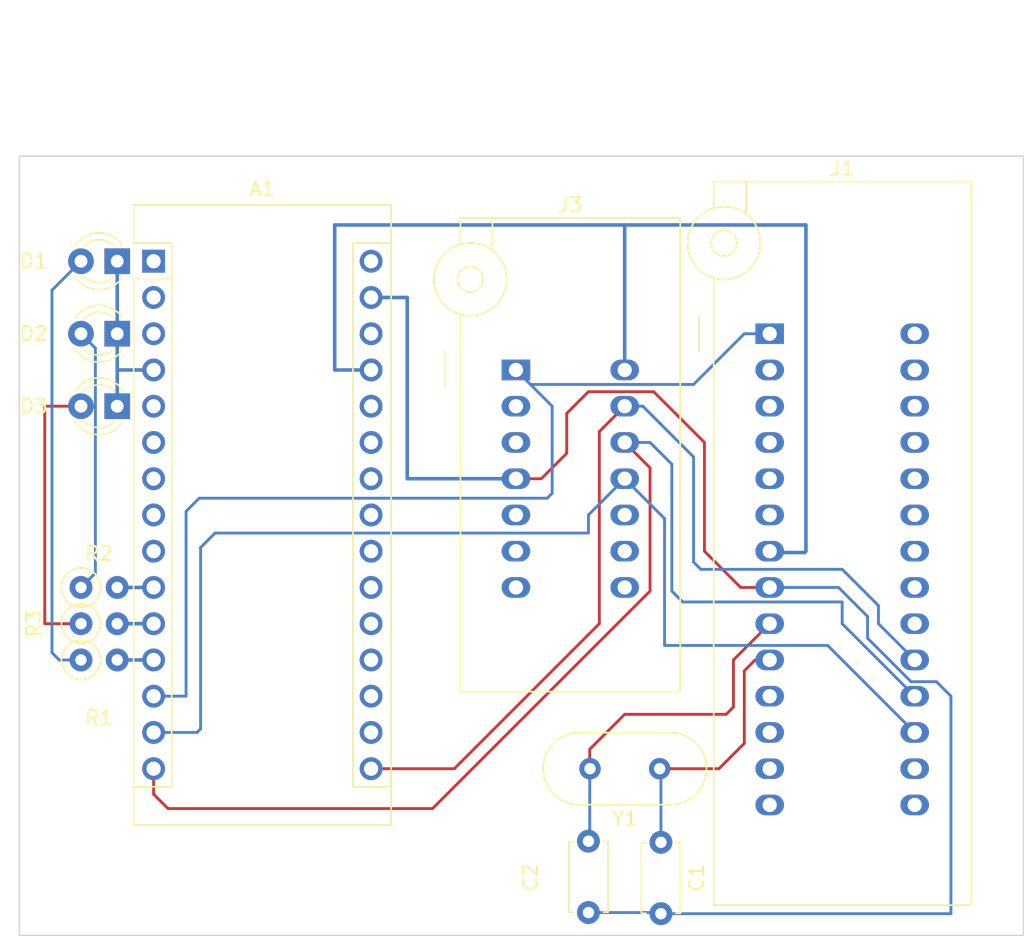
<source format=kicad_pcb>
(kicad_pcb (version 20211014) (generator pcbnew)
  (layers (0 "F.Cu" signal) (31 "B.Cu" signal) (34 "B.Paste" user) (35 "F.Paste" user) (36 "B.SilkS" user "B.Silkscreen") (37 "F.SilkS" user "F.Silkscreen") (38 "B.Mask" user) (39 "F.Mask" user) (44 "Edge.Cuts" user))
  (net 0 "")
  (net 4 "GND")
  (net 10 "D7")
  (net 11 "D8")
  (net 12 "D9")
  (net 13 "D10{slash}SS")
  (net 14 "D11{slash}MOSI")
  (net 15 "D12{slash}MISO")
  (net 16 "D13{slash}SCK")
  (net 27 "+5V")
  (net 30 "XTAL2")
  (net 31 "XTAL1")
  (net 32 "Net-(D1-Pad2)")
  (net 33 "Net-(D2-Pad2)")
  (net 34 "Net-(D3-Pad2)")
  (footprint "Module:Arduino_Nano" (layer "F.Cu") (at 78.75 76.2)
    (fp_text reference "A1" (at 7.62 -5.08) (layer "F.SilkS"))
    (fp_text value "Arduino_Nano_v3.x")
    (fp_line (start 13.97 -1.27) (end 16.64 -1.27) (layer "F.SilkS") (width 0.12))
    (fp_line (start -1.4 1.27) (end -1.4 39.5) (layer "F.SilkS") (width 0.12))
    (fp_line (start 16.64 39.5) (end 16.64 -3.94) (layer "F.SilkS") (width 0.12))
    (fp_line (start 13.97 -1.27) (end 13.97 36.83) (layer "F.SilkS") (width 0.12))
    (fp_line (start 1.27 1.27) (end 1.27 36.83) (layer "F.SilkS") (width 0.12))
    (fp_line (start 1.27 1.27) (end 1.27 -1.27) (layer "F.SilkS") (width 0.12))
    (fp_line (start -1.4 -3.94) (end -1.4 -1.27) (layer "F.SilkS") (width 0.12))
    (fp_line (start 1.27 -1.27) (end -1.4 -1.27) (layer "F.SilkS") (width 0.12))
    (fp_line (start 1.27 36.83) (end -1.4 36.83) (layer "F.SilkS") (width 0.12))
    (fp_line (start 13.97 36.83) (end 16.64 36.83) (layer "F.SilkS") (width 0.12))
    (fp_line (start -1.4 39.5) (end 16.64 39.5) (layer "F.SilkS") (width 0.12))
    (fp_line (start 16.64 -3.94) (end -1.4 -3.94) (layer "F.SilkS") (width 0.12))
    (fp_line (start 1.27 1.27) (end -1.4 1.27) (layer "F.SilkS") (width 0.12))
    (pad "1" thru_hole rect (at 0 0) (size 1.6 1.6) (drill 1) (layers *.Cu *.Mask))
    (pad "2" thru_hole oval (at 0 2.54) (size 1.6 1.6) (drill 1) (layers *.Cu *.Mask))
    (pad "3" thru_hole oval (at 0 5.08) (size 1.6 1.6) (drill 1) (layers *.Cu *.Mask))
    (pad "4" thru_hole oval (at 0 7.62) (size 1.6 1.6) (drill 1) (layers *.Cu *.Mask) (net 4 "GND"))
    (pad "5" thru_hole oval (at 0 10.16) (size 1.6 1.6) (drill 1) (layers *.Cu *.Mask))
    (pad "6" thru_hole oval (at 0 12.7) (size 1.6 1.6) (drill 1) (layers *.Cu *.Mask))
    (pad "7" thru_hole oval (at 0 15.24) (size 1.6 1.6) (drill 1) (layers *.Cu *.Mask))
    (pad "8" thru_hole oval (at 0 17.78) (size 1.6 1.6) (drill 1) (layers *.Cu *.Mask))
    (pad "9" thru_hole oval (at 0 20.32) (size 1.6 1.6) (drill 1) (layers *.Cu *.Mask))
    (pad "10" thru_hole oval (at 0 22.86) (size 1.6 1.6) (drill 1) (layers *.Cu *.Mask) (net 10 "D7"))
    (pad "11" thru_hole oval (at 0 25.4) (size 1.6 1.6) (drill 1) (layers *.Cu *.Mask) (net 11 "D8"))
    (pad "12" thru_hole oval (at 0 27.94) (size 1.6 1.6) (drill 1) (layers *.Cu *.Mask) (net 12 "D9"))
    (pad "13" thru_hole oval (at 0 30.48) (size 1.6 1.6) (drill 1) (layers *.Cu *.Mask) (net 13 "D10{slash}SS"))
    (pad "14" thru_hole oval (at 0 33.02) (size 1.6 1.6) (drill 1) (layers *.Cu *.Mask) (net 14 "D11{slash}MOSI"))
    (pad "15" thru_hole oval (at 0 35.56) (size 1.6 1.6) (drill 1) (layers *.Cu *.Mask) (net 15 "D12{slash}MISO"))
    (pad "16" thru_hole oval (at 15.24 35.56) (size 1.6 1.6) (drill 1) (layers *.Cu *.Mask) (net 16 "D13{slash}SCK"))
    (pad "17" thru_hole oval (at 15.24 33.02) (size 1.6 1.6) (drill 1) (layers *.Cu *.Mask))
    (pad "18" thru_hole oval (at 15.24 30.48) (size 1.6 1.6) (drill 1) (layers *.Cu *.Mask))
    (pad "19" thru_hole oval (at 15.24 27.94) (size 1.6 1.6) (drill 1) (layers *.Cu *.Mask))
    (pad "20" thru_hole oval (at 15.24 25.4) (size 1.6 1.6) (drill 1) (layers *.Cu *.Mask))
    (pad "21" thru_hole oval (at 15.24 22.86) (size 1.6 1.6) (drill 1) (layers *.Cu *.Mask))
    (pad "22" thru_hole oval (at 15.24 20.32) (size 1.6 1.6) (drill 1) (layers *.Cu *.Mask))
    (pad "23" thru_hole oval (at 15.24 17.78) (size 1.6 1.6) (drill 1) (layers *.Cu *.Mask))
    (pad "24" thru_hole oval (at 15.24 15.24) (size 1.6 1.6) (drill 1) (layers *.Cu *.Mask))
    (pad "25" thru_hole oval (at 15.24 12.7) (size 1.6 1.6) (drill 1) (layers *.Cu *.Mask))
    (pad "26" thru_hole oval (at 15.24 10.16) (size 1.6 1.6) (drill 1) (layers *.Cu *.Mask))
    (pad "27" thru_hole oval (at 15.24 7.62) (size 1.6 1.6) (drill 1) (layers *.Cu *.Mask) (net 27 "+5V"))
    (pad "28" thru_hole oval (at 15.24 5.08) (size 1.6 1.6) (drill 1) (layers *.Cu *.Mask))
    (pad "29" thru_hole oval (at 15.24 2.54) (size 1.6 1.6) (drill 1) (layers *.Cu *.Mask) (net 4 "GND"))
    (pad "30" thru_hole oval (at 15.24 0) (size 1.6 1.6) (drill 1) (layers *.Cu *.Mask))
  )
  (footprint "Resistor_THT:R_Axial_DIN0207_L6.3mm_D2.5mm_P2.54mm_Vertical" (layer "F.Cu") (at 73.66 101.6)
    (fp_text reference "R3" (at -3.302 0 270) (layer "F.SilkS"))
    (fp_text value "330")
    (fp_line (start 1.37 0) (end 1.44 0) (layer "F.SilkS") (width 0.12))
    (fp_circle (center 0 0) (end 1.37 0) (layer "F.SilkS") (width 0.12) (fill none))
    (pad "1" thru_hole circle (at 0 0) (size 1.6 1.6) (drill 0.8) (layers *.Cu *.Mask) (net 34 "Net-(D3-Pad2)"))
    (pad "2" thru_hole oval (at 2.54 0) (size 1.6 1.6) (drill 0.8) (layers *.Cu *.Mask) (net 11 "D8"))
  )
  (footprint "Capacitor_THT:C_Disc_D4.7mm_W2.5mm_P5.00mm" (layer "F.Cu") (at 109.22 116.84 -90)
    (fp_text reference "C2" (at 2.54 4.064 90) (layer "F.SilkS"))
    (fp_text value "22pF")
    (fp_line (start 0.03 1.37) (end 4.97 1.37) (layer "F.SilkS") (width 0.12))
    (fp_line (start 0.03 -1.37) (end 0.03 -1.055) (layer "F.SilkS") (width 0.12))
    (fp_line (start 4.97 1.055) (end 4.97 1.37) (layer "F.SilkS") (width 0.12))
    (fp_line (start 4.97 -1.37) (end 4.97 -1.055) (layer "F.SilkS") (width 0.12))
    (fp_line (start 0.03 -1.37) (end 4.97 -1.37) (layer "F.SilkS") (width 0.12))
    (fp_line (start 0.03 1.055) (end 0.03 1.37) (layer "F.SilkS") (width 0.12))
    (pad "1" thru_hole circle (at 0 0 270) (size 1.6 1.6) (drill 0.8) (layers *.Cu *.Mask) (net 31 "XTAL1"))
    (pad "2" thru_hole circle (at 5 0 270) (size 1.6 1.6) (drill 0.8) (layers *.Cu *.Mask) (net 4 "GND"))
  )
  (footprint "Socket:DIP_Socket-14_W4.3_W5.08_W7.62_W10.16_W10.9_3M_214-3339-00-0602J" (layer "F.Cu") (at 104.14 83.82)
    (fp_text reference "J3" (at 3.81 -11.56) (layer "F.SilkS"))
    (fp_text value "Conn_02x04_Counter_Clockwise")
    (fp_line (start 11.51 22.54) (end 11.51 -10.66) (layer "F.SilkS") (width 0.12))
    (fp_line (start -3.89 22.54) (end 11.51 22.54) (layer "F.SilkS") (width 0.12))
    (fp_line (start -4.95 1.27) (end -4.95 -1.27) (layer "F.SilkS") (width 0.12))
    (fp_line (start -3.89 -10.66) (end -3.89 -8.8) (layer "F.SilkS") (width 0.12))
    (fp_line (start -1.65 -10.66) (end -1.65 -8.4) (layer "F.SilkS") (width 0.12))
    (fp_line (start 11.51 -10.66) (end -3.89 -10.66) (layer "F.SilkS") (width 0.12))
    (fp_line (start -3.89 -3.9) (end -3.89 22.54) (layer "F.SilkS") (width 0.12))
    (fp_circle (center -3.2 -6.35) (end -0.65 -6.35) (layer "F.SilkS") (width 0.12) (fill none))
    (fp_circle (center -3.2 -6.35) (end -2.3 -6.35) (layer "F.SilkS") (width 0.12) (fill none))
    (pad "1" thru_hole rect (at 0 0) (size 2 1.44) (drill 1) (layers *.Cu *.Mask) (net 13 "D10{slash}SS"))
    (pad "2" thru_hole oval (at 0 2.54) (size 2 1.44) (drill 1) (layers *.Cu *.Mask))
    (pad "3" thru_hole oval (at 0 5.08) (size 2 1.44) (drill 1) (layers *.Cu *.Mask))
    (pad "4" thru_hole oval (at 0 7.62) (size 2 1.44) (drill 1) (layers *.Cu *.Mask) (net 4 "GND"))
    (pad "5" thru_hole oval (at 0 10.16) (size 2 1.44) (drill 1) (layers *.Cu *.Mask))
    (pad "6" thru_hole oval (at 0 12.7) (size 2 1.44) (drill 1) (layers *.Cu *.Mask))
    (pad "7" thru_hole oval (at 0 15.24) (size 2 1.44) (drill 1) (layers *.Cu *.Mask))
    (pad "8" thru_hole oval (at 7.62 15.24) (size 2 1.44) (drill 1) (layers *.Cu *.Mask))
    (pad "9" thru_hole oval (at 7.62 12.7) (size 2 1.44) (drill 1) (layers *.Cu *.Mask))
    (pad "10" thru_hole oval (at 7.62 10.16) (size 2 1.44) (drill 1) (layers *.Cu *.Mask))
    (pad "11" thru_hole oval (at 7.62 7.62) (size 2 1.44) (drill 1) (layers *.Cu *.Mask) (net 14 "D11{slash}MOSI"))
    (pad "12" thru_hole oval (at 7.62 5.08) (size 2 1.44) (drill 1) (layers *.Cu *.Mask) (net 15 "D12{slash}MISO"))
    (pad "13" thru_hole oval (at 7.62 2.54) (size 2 1.44) (drill 1) (layers *.Cu *.Mask) (net 16 "D13{slash}SCK"))
    (pad "14" thru_hole oval (at 7.62 0) (size 2 1.44) (drill 1) (layers *.Cu *.Mask) (net 27 "+5V"))
  )
  (footprint "Socket:DIP_Socket-28_W6.9_W7.62_W10.16_W12.7_W13.5_3M_228-4817-00-0602J" (layer "F.Cu") (at 121.92 81.28)
    (fp_text reference "J1" (at 5.08 -11.56) (layer "F.SilkS"))
    (fp_text value "Conn_02x14_Counter_Clockwise")
    (fp_line (start -3.92 40.04) (end 14.08 40.04) (layer "F.SilkS") (width 0.12))
    (fp_line (start 14.08 40.04) (end 14.08 -10.66) (layer "F.SilkS") (width 0.12))
    (fp_line (start -3.92 -10.66) (end -3.92 -8.8) (layer "F.SilkS") (width 0.12))
    (fp_line (start -4.95 1.27) (end -4.95 -1.27) (layer "F.SilkS") (width 0.12))
    (fp_line (start 14.08 -10.66) (end -3.92 -10.66) (layer "F.SilkS") (width 0.12))
    (fp_line (start -3.92 -3.9) (end -3.92 40.04) (layer "F.SilkS") (width 0.12))
    (fp_line (start -1.65 -10.66) (end -1.65 -8.4) (layer "F.SilkS") (width 0.12))
    (fp_circle (center -3.2 -6.35) (end -0.65 -6.35) (layer "F.SilkS") (width 0.12) (fill none))
    (fp_circle (center -3.2 -6.35) (end -2.3 -6.35) (layer "F.SilkS") (width 0.12) (fill none))
    (pad "1" thru_hole rect (at 0 0) (size 2 1.44) (drill 1) (layers *.Cu *.Mask) (net 13 "D10{slash}SS"))
    (pad "2" thru_hole oval (at 0 2.54) (size 2 1.44) (drill 1) (layers *.Cu *.Mask))
    (pad "3" thru_hole oval (at 0 5.08) (size 2 1.44) (drill 1) (layers *.Cu *.Mask))
    (pad "4" thru_hole oval (at 0 7.62) (size 2 1.44) (drill 1) (layers *.Cu *.Mask))
    (pad "5" thru_hole oval (at 0 10.16) (size 2 1.44) (drill 1) (layers *.Cu *.Mask))
    (pad "6" thru_hole oval (at 0 12.7) (size 2 1.44) (drill 1) (layers *.Cu *.Mask))
    (pad "7" thru_hole oval (at 0 15.24) (size 2 1.44) (drill 1) (layers *.Cu *.Mask) (net 27 "+5V"))
    (pad "8" thru_hole oval (at 0 17.78) (size 2 1.44) (drill 1) (layers *.Cu *.Mask) (net 4 "GND"))
    (pad "9" thru_hole oval (at 0 20.32) (size 2 1.44) (drill 1) (layers *.Cu *.Mask) (net 31 "XTAL1"))
    (pad "10" thru_hole oval (at 0 22.86) (size 2 1.44) (drill 1) (layers *.Cu *.Mask) (net 30 "XTAL2"))
    (pad "11" thru_hole oval (at 0 25.4) (size 2 1.44) (drill 1) (layers *.Cu *.Mask))
    (pad "12" thru_hole oval (at 0 27.94) (size 2 1.44) (drill 1) (layers *.Cu *.Mask))
    (pad "13" thru_hole oval (at 0 30.48) (size 2 1.44) (drill 1) (layers *.Cu *.Mask))
    (pad "14" thru_hole oval (at 0 33.02) (size 2 1.44) (drill 1) (layers *.Cu *.Mask))
    (pad "15" thru_hole oval (at 10.16 33.02) (size 2 1.44) (drill 1) (layers *.Cu *.Mask))
    (pad "16" thru_hole oval (at 10.16 30.48) (size 2 1.44) (drill 1) (layers *.Cu *.Mask))
    (pad "17" thru_hole oval (at 10.16 27.94) (size 2 1.44) (drill 1) (layers *.Cu *.Mask) (net 14 "D11{slash}MOSI"))
    (pad "18" thru_hole oval (at 10.16 25.4) (size 2 1.44) (drill 1) (layers *.Cu *.Mask) (net 15 "D12{slash}MISO"))
    (pad "19" thru_hole oval (at 10.16 22.86) (size 2 1.44) (drill 1) (layers *.Cu *.Mask) (net 16 "D13{slash}SCK"))
    (pad "20" thru_hole oval (at 10.16 20.32) (size 2 1.44) (drill 1) (layers *.Cu *.Mask))
    (pad "21" thru_hole oval (at 10.16 17.78) (size 2 1.44) (drill 1) (layers *.Cu *.Mask))
    (pad "22" thru_hole oval (at 10.16 15.24) (size 2 1.44) (drill 1) (layers *.Cu *.Mask))
    (pad "23" thru_hole oval (at 10.16 12.7) (size 2 1.44) (drill 1) (layers *.Cu *.Mask))
    (pad "24" thru_hole oval (at 10.16 10.16) (size 2 1.44) (drill 1) (layers *.Cu *.Mask))
    (pad "25" thru_hole oval (at 10.16 7.62) (size 2 1.44) (drill 1) (layers *.Cu *.Mask))
    (pad "26" thru_hole oval (at 10.16 5.08) (size 2 1.44) (drill 1) (layers *.Cu *.Mask))
    (pad "27" thru_hole oval (at 10.16 2.54) (size 2 1.44) (drill 1) (layers *.Cu *.Mask))
    (pad "28" thru_hole oval (at 10.16 0) (size 2 1.44) (drill 1) (layers *.Cu *.Mask))
  )
  (footprint "Capacitor_THT:C_Disc_D4.7mm_W2.5mm_P5.00mm" (layer "F.Cu") (at 114.3 116.92 -90)
    (fp_text reference "C1" (at 2.5 -2.5 90) (layer "F.SilkS"))
    (fp_text value "22pF")
    (fp_line (start 4.97 1.055) (end 4.97 1.37) (layer "F.SilkS") (width 0.12))
    (fp_line (start 4.97 -1.37) (end 4.97 -1.055) (layer "F.SilkS") (width 0.12))
    (fp_line (start 0.03 -1.37) (end 0.03 -1.055) (layer "F.SilkS") (width 0.12))
    (fp_line (start 0.03 1.055) (end 0.03 1.37) (layer "F.SilkS") (width 0.12))
    (fp_line (start 0.03 1.37) (end 4.97 1.37) (layer "F.SilkS") (width 0.12))
    (fp_line (start 0.03 -1.37) (end 4.97 -1.37) (layer "F.SilkS") (width 0.12))
    (pad "1" thru_hole circle (at 0 0 270) (size 1.6 1.6) (drill 0.8) (layers *.Cu *.Mask) (net 30 "XTAL2"))
    (pad "2" thru_hole circle (at 5 0 270) (size 1.6 1.6) (drill 0.8) (layers *.Cu *.Mask) (net 4 "GND"))
  )
  (footprint "LED_THT:LED_D3.0mm" (layer "F.Cu") (at 76.2 86.36 180)
    (fp_text reference "D3" (at 5.842 0) (layer "F.SilkS"))
    (fp_text value "LED")
    (fp_line (start -0.29 -1.236) (end -0.29 -1.08) (layer "F.SilkS") (width 0.12))
    (fp_line (start -0.29 1.08) (end -0.29 1.236) (layer "F.SilkS") (width 0.12))
    (fp_arc (start 2.31113 1.079837) (mid 1.270117 1.5) (end 0.229039 1.08) (layer "F.SilkS") (width 0.12))
    (fp_arc (start 2.942335 1.078608) (mid 1.366487 1.987659) (end -0.29 1.235516) (layer "F.SilkS") (width 0.12))
    (fp_arc (start 0.229039 -1.08) (mid 1.270117 -1.5) (end 2.31113 -1.079837) (layer "F.SilkS") (width 0.12))
    (fp_arc (start -0.29 -1.235516) (mid 1.366487 -1.987659) (end 2.942335 -1.078608) (layer "F.SilkS") (width 0.12))
    (pad "1" thru_hole rect (at 0 0 180) (size 1.8 1.8) (drill 0.9) (layers *.Cu *.Mask) (net 4 "GND"))
    (pad "2" thru_hole circle (at 2.54 0 180) (size 1.8 1.8) (drill 0.9) (layers *.Cu *.Mask) (net 34 "Net-(D3-Pad2)"))
  )
  (footprint "LED_THT:LED_D3.0mm" (layer "F.Cu") (at 76.2 81.28 180)
    (fp_text reference "D2" (at 5.842 0) (layer "F.SilkS"))
    (fp_text value "LED")
    (fp_line (start -0.29 1.08) (end -0.29 1.236) (layer "F.SilkS") (width 0.12))
    (fp_line (start -0.29 -1.236) (end -0.29 -1.08) (layer "F.SilkS") (width 0.12))
    (fp_arc (start 2.942335 1.078608) (mid 1.366487 1.987659) (end -0.29 1.235516) (layer "F.SilkS") (width 0.12))
    (fp_arc (start 2.31113 1.079837) (mid 1.270117 1.5) (end 0.229039 1.08) (layer "F.SilkS") (width 0.12))
    (fp_arc (start -0.29 -1.235516) (mid 1.366487 -1.987659) (end 2.942335 -1.078608) (layer "F.SilkS") (width 0.12))
    (fp_arc (start 0.229039 -1.08) (mid 1.270117 -1.5) (end 2.31113 -1.079837) (layer "F.SilkS") (width 0.12))
    (pad "1" thru_hole rect (at 0 0 180) (size 1.8 1.8) (drill 0.9) (layers *.Cu *.Mask) (net 4 "GND"))
    (pad "2" thru_hole circle (at 2.54 0 180) (size 1.8 1.8) (drill 0.9) (layers *.Cu *.Mask) (net 33 "Net-(D2-Pad2)"))
  )
  (footprint "Resistor_THT:R_Axial_DIN0207_L6.3mm_D2.5mm_P2.54mm_Vertical" (layer "F.Cu") (at 73.66 99.06)
    (fp_text reference "R2" (at 1.27 -2.37) (layer "F.SilkS"))
    (fp_text value "330")
    (fp_line (start 1.37 0) (end 1.44 0) (layer "F.SilkS") (width 0.12))
    (fp_circle (center 0 0) (end 1.37 0) (layer "F.SilkS") (width 0.12) (fill none))
    (pad "1" thru_hole circle (at 0 0) (size 1.6 1.6) (drill 0.8) (layers *.Cu *.Mask) (net 33 "Net-(D2-Pad2)"))
    (pad "2" thru_hole oval (at 2.54 0) (size 1.6 1.6) (drill 0.8) (layers *.Cu *.Mask) (net 10 "D7"))
  )
  (footprint "Crystal:Crystal_HC49-4H_Vertical" (layer "F.Cu") (at 114.21 111.76 180)
    (fp_text reference "Y1" (at 2.44 -3.525 180) (layer "F.SilkS"))
    (fp_text value "Crystal 16Mhz")
    (fp_line (start -0.76 -2.525) (end 5.64 -2.525) (layer "F.SilkS") (width 0.12))
    (fp_line (start -0.76 2.525) (end 5.64 2.525) (layer "F.SilkS") (width 0.12))
    (fp_arc (start -0.76 2.525) (mid -3.285 0) (end -0.76 -2.525) (layer "F.SilkS") (width 0.12))
    (fp_arc (start 5.64 -2.525) (mid 8.165 0) (end 5.64 2.525) (layer "F.SilkS") (width 0.12))
    (pad "1" thru_hole circle (at 0 0 180) (size 1.5 1.5) (drill 0.8) (layers *.Cu *.Mask) (net 30 "XTAL2"))
    (pad "2" thru_hole circle (at 4.88 0 180) (size 1.5 1.5) (drill 0.8) (layers *.Cu *.Mask) (net 31 "XTAL1"))
  )
  (footprint "Resistor_THT:R_Axial_DIN0207_L6.3mm_D2.5mm_P2.54mm_Vertical" (layer "F.Cu") (at 73.66 104.14)
    (fp_text reference "R1" (at 1.27 4.064) (layer "F.SilkS"))
    (fp_text value "270")
    (fp_line (start 1.37 0) (end 1.44 0) (layer "F.SilkS") (width 0.12))
    (fp_circle (center 0 0) (end 1.37 0) (layer "F.SilkS") (width 0.12) (fill none))
    (pad "1" thru_hole circle (at 0 0) (size 1.6 1.6) (drill 0.8) (layers *.Cu *.Mask) (net 32 "Net-(D1-Pad2)"))
    (pad "2" thru_hole oval (at 2.54 0) (size 1.6 1.6) (drill 0.8) (layers *.Cu *.Mask) (net 12 "D9"))
  )
  (footprint "LED_THT:LED_D3.0mm" (layer "F.Cu") (at 76.2 76.2 180)
    (fp_text reference "D1" (at 5.842 0) (layer "F.SilkS"))
    (fp_text value "LED")
    (fp_line (start -0.29 1.08) (end -0.29 1.236) (layer "F.SilkS") (width 0.12))
    (fp_line (start -0.29 -1.236) (end -0.29 -1.08) (layer "F.SilkS") (width 0.12))
    (fp_arc (start 2.942335 1.078608) (mid 1.366487 1.987659) (end -0.29 1.235516) (layer "F.SilkS") (width 0.12))
    (fp_arc (start 0.229039 -1.08) (mid 1.270117 -1.5) (end 2.31113 -1.079837) (layer "F.SilkS") (width 0.12))
    (fp_arc (start -0.29 -1.235516) (mid 1.366487 -1.987659) (end 2.942335 -1.078608) (layer "F.SilkS") (width 0.12))
    (fp_arc (start 2.31113 1.079837) (mid 1.270117 1.5) (end 0.229039 1.08) (layer "F.SilkS") (width 0.12))
    (pad "1" thru_hole rect (at 0 0 180) (size 1.8 1.8) (drill 0.9) (layers *.Cu *.Mask) (net 4 "GND"))
    (pad "2" thru_hole circle (at 2.54 0 180) (size 1.8 1.8) (drill 0.9) (layers *.Cu *.Mask) (net 32 "Net-(D1-Pad2)"))
  )
  (gr_rect (start 139.7 68.834) (end 69.342 123.444) (layer "Edge.Cuts") (width 0.1) (fill none))
  (segment (start 109.22 85.344) (end 107.696 86.868) (width 0.2) (layer "F.Cu") (net 4))
  (segment (start 113.792 85.344) (end 109.22 85.344) (width 0.2) (layer "F.Cu") (net 4))
  (segment (start 121.92 99.06) (end 119.888 99.06) (width 0.2) (layer "F.Cu") (net 4))
  (segment (start 117.348 88.9) (end 113.792 85.344) (width 0.2) (layer "F.Cu") (net 4))
  (segment (start 107.696 86.868) (end 107.696 89.662) (width 0.2) (layer "F.Cu") (net 4))
  (segment (start 119.888 99.06) (end 117.348 96.52) (width 0.2) (layer "F.Cu") (net 4))
  (segment (start 117.348 96.52) (end 117.348 88.9) (width 0.2) (layer "F.Cu") (net 4))
  (segment (start 107.696 89.662) (end 105.918 91.44) (width 0.2) (layer "F.Cu") (net 4))
  (segment (start 105.918 91.44) (end 104.14 91.44) (width 0.2) (layer "F.Cu") (net 4))
  (segment (start 109.22 121.84) (end 114.22 121.84) (width 0.2) (layer "B.Cu") (net 4))
  (segment (start 121.92 99.06) (end 126.746 99.06) (width 0.2) (layer "B.Cu") (net 4))
  (segment (start 131.826 105.664) (end 133.604 105.664) (width 0.2) (layer "B.Cu") (net 4))
  (segment (start 128.778 101.092) (end 128.778 102.616) (width 0.2) (layer "B.Cu") (net 4))
  (segment (start 134.62 106.68) (end 134.62 121.92) (width 0.2) (layer "B.Cu") (net 4))
  (segment (start 134.62 121.92) (end 114.3 121.92) (width 0.2) (layer "B.Cu") (net 4))
  (segment (start 93.99 78.74) (end 96.52 78.74) (width 0.25) (layer "B.Cu") (net 4))
  (segment (start 78.75 83.82) (end 76.2 83.82) (width 0.25) (layer "B.Cu") (net 4))
  (segment (start 96.52 91.44) (end 104.14 91.44) (width 0.25) (layer "B.Cu") (net 4))
  (segment (start 133.604 105.664) (end 134.62 106.68) (width 0.2) (layer "B.Cu") (net 4))
  (segment (start 126.746 99.06) (end 128.778 101.092) (width 0.2) (layer "B.Cu") (net 4))
  (segment (start 128.778 102.616) (end 131.826 105.664) (width 0.2) (layer "B.Cu") (net 4))
  (segment (start 96.52 78.74) (end 96.52 91.44) (width 0.25) (layer "B.Cu") (net 4))
  (segment (start 76.2 76.2) (end 76.2 86.36) (width 0.25) (layer "B.Cu") (net 4))
  (segment (start 78.75 99.06) (end 76.2 99.06) (width 0.25) (layer "B.Cu") (net 10))
  (segment (start 76.2 101.6) (end 78.74 101.6) (width 0.25) (layer "B.Cu") (net 11))
  (segment (start 78.75 101.6) (end 76.2 101.6) (width 0.25) (layer "B.Cu") (net 11))
  (segment (start 78.75 104.14) (end 76.2 104.14) (width 0.25) (layer "B.Cu") (net 12))
  (segment (start 106.68 92.456) (end 106.327999 92.808001) (width 0.2) (layer "B.Cu") (net 13))
  (segment (start 81.026 106.68) (end 78.75 106.68) (width 0.2) (layer "B.Cu") (net 13))
  (segment (start 106.327999 92.808001) (end 81.943999 92.808001) (width 0.2) (layer "B.Cu") (net 13))
  (segment (start 121.92 81.28) (end 120.142 81.28) (width 0.2) (layer "B.Cu") (net 13))
  (segment (start 116.586 84.836) (end 105.156 84.836) (width 0.2) (layer "B.Cu") (net 13))
  (segment (start 105.156 84.836) (end 104.14 83.82) (width 0.2) (layer "B.Cu") (net 13))
  (segment (start 106.68 86.36) (end 106.68 92.456) (width 0.2) (layer "B.Cu") (net 13))
  (segment (start 104.14 83.82) (end 106.68 86.36) (width 0.2) (layer "B.Cu") (net 13))
  (segment (start 81.943999 92.808001) (end 81.026 93.726) (width 0.2) (layer "B.Cu") (net 13))
  (segment (start 81.026 93.726) (end 81.026 106.68) (width 0.2) (layer "B.Cu") (net 13))
  (segment (start 120.142 81.28) (end 116.586 84.836) (width 0.2) (layer "B.Cu") (net 13))
  (segment (start 109.22 93.98) (end 111.76 91.44) (width 0.2) (layer "B.Cu") (net 14))
  (segment (start 125.984 103.124) (end 114.554 103.124) (width 0.2) (layer "B.Cu") (net 14))
  (segment (start 109.22 95.25) (end 109.22 93.98) (width 0.2) (layer "B.Cu") (net 14))
  (segment (start 82.042 108.966) (end 82.042 96.266) (width 0.2) (layer "B.Cu") (net 14))
  (segment (start 114.554 94.234) (end 111.76 91.44) (width 0.2) (layer "B.Cu") (net 14))
  (segment (start 82.042 96.266) (end 83.058 95.25) (width 0.2) (layer "B.Cu") (net 14))
  (segment (start 83.058 95.25) (end 109.22 95.25) (width 0.2) (layer "B.Cu") (net 14))
  (segment (start 114.554 103.124) (end 114.554 94.234) (width 0.2) (layer "B.Cu") (net 14))
  (segment (start 78.75 109.22) (end 81.788 109.22) (width 0.2) (layer "B.Cu") (net 14))
  (segment (start 81.788 109.22) (end 82.042 108.966) (width 0.2) (layer "B.Cu") (net 14))
  (segment (start 132.08 109.22) (end 125.984 103.124) (width 0.2) (layer "B.Cu") (net 14))
  (segment (start 79.756 114.554) (end 98.298 114.554) (width 0.2) (layer "F.Cu") (net 15))
  (segment (start 113.538 90.678) (end 111.76 88.9) (width 0.2) (layer "F.Cu") (net 15))
  (segment (start 78.75 113.548) (end 79.756 114.554) (width 0.2) (layer "F.Cu") (net 15))
  (segment (start 113.538 99.314) (end 113.538 90.678) (width 0.2) (layer "F.Cu") (net 15))
  (segment (start 78.75 111.76) (end 78.75 113.548) (width 0.2) (layer "F.Cu") (net 15))
  (segment (start 98.298 114.554) (end 113.538 99.314) (width 0.2) (layer "F.Cu") (net 15))
  (segment (start 115.062 90.424) (end 113.538 88.9) (width 0.2) (layer "B.Cu") (net 15))
  (segment (start 115.824 100.076) (end 115.062 99.314) (width 0.2) (layer "B.Cu") (net 15))
  (segment (start 132.08 106.68) (end 127 101.6) (width 0.2) (layer "B.Cu") (net 15))
  (segment (start 115.062 99.314) (end 115.062 90.424) (width 0.2) (layer "B.Cu") (net 15))
  (segment (start 127 101.6) (end 127 100.076) (width 0.2) (layer "B.Cu") (net 15))
  (segment (start 113.538 88.9) (end 111.76 88.9) (width 0.2) (layer "B.Cu") (net 15))
  (segment (start 127 100.076) (end 115.824 100.076) (width 0.2) (layer "B.Cu") (net 15))
  (segment (start 109.982 101.6) (end 109.982 88.138) (width 0.2) (layer "F.Cu") (net 16))
  (segment (start 99.822 111.76) (end 109.982 101.6) (width 0.2) (layer "F.Cu") (net 16))
  (segment (start 93.99 111.76) (end 99.822 111.76) (width 0.2) (layer "F.Cu") (net 16))
  (segment (start 109.982 88.138) (end 111.76 86.36) (width 0.2) (layer "F.Cu") (net 16))
  (segment (start 132.08 104.14) (end 129.54 101.6) (width 0.2) (layer "B.Cu") (net 16))
  (segment (start 129.54 100.33) (end 127 97.79) (width 0.2) (layer "B.Cu") (net 16))
  (segment (start 116.586 89.916) (end 113.03 86.36) (width 0.2) (layer "B.Cu") (net 16))
  (segment (start 113.03 86.36) (end 111.76 86.36) (width 0.2) (layer "B.Cu") (net 16))
  (segment (start 127 97.79) (end 117.094 97.79) (width 0.2) (layer "B.Cu") (net 16))
  (segment (start 116.586 97.282) (end 116.586 89.916) (width 0.2) (layer "B.Cu") (net 16))
  (segment (start 129.54 101.6) (end 129.54 100.33) (width 0.2) (layer "B.Cu") (net 16))
  (segment (start 117.094 97.79) (end 116.586 97.282) (width 0.2) (layer "B.Cu") (net 16))
  (segment (start 124.46 73.66) (end 124.46 96.52) (width 0.25) (layer "B.Cu") (net 27))
  (segment (start 124.364 96.616) (end 121.92 96.616) (width 0.25) (layer "B.Cu") (net 27))
  (segment (start 91.44 83.82) (end 91.44 73.66) (width 0.25) (layer "B.Cu") (net 27))
  (segment (start 91.44 73.66) (end 111.76 73.66) (width 0.25) (layer "B.Cu") (net 27))
  (segment (start 93.99 83.82) (end 91.44 83.82) (width 0.25) (layer "B.Cu") (net 27))
  (segment (start 124.46 96.52) (end 124.364 96.616) (width 0.25) (layer "B.Cu") (net 27))
  (segment (start 111.76 73.66) (end 124.46 73.66) (width 0.25) (layer "B.Cu") (net 27))
  (segment (start 111.76 73.66) (end 111.76 83.82) (width 0.25) (layer "B.Cu") (net 27))
  (segment (start 121.92 104.14) (end 120.904 104.14) (width 0.2) (layer "F.Cu") (net 30))
  (segment (start 118.364 111.76) (end 114.21 111.76) (width 0.2) (layer "F.Cu") (net 30))
  (segment (start 120.142 109.982) (end 118.364 111.76) (width 0.2) (layer "F.Cu") (net 30))
  (segment (start 120.142 104.902) (end 120.142 109.982) (width 0.2) (layer "F.Cu") (net 30))
  (segment (start 120.904 104.14) (end 120.142 104.902) (width 0.2) (layer "F.Cu") (net 30))
  (segment (start 114.3 111.85) (end 114.21 111.76) (width 0.2) (layer "B.Cu") (net 30))
  (segment (start 114.3 116.92) (end 114.3 111.85) (width 0.2) (layer "B.Cu") (net 30))
  (segment (start 121.92 101.6) (end 119.38 104.14) (width 0.2) (layer "F.Cu") (net 31))
  (segment (start 119.38 104.14) (end 119.38 107.442) (width 0.2) (layer "F.Cu") (net 31))
  (segment (start 118.872 107.95) (end 111.76 107.95) (width 0.2) (layer "F.Cu") (net 31))
  (segment (start 109.31 110.4) (end 109.31 111.76) (width 0.2) (layer "F.Cu") (net 31))
  (segment (start 119.38 107.442) (end 118.872 107.95) (width 0.2) (layer "F.Cu") (net 31))
  (segment (start 111.76 107.95) (end 109.31 110.4) (width 0.2) (layer "F.Cu") (net 31))
  (segment (start 109.31 111.76) (end 109.31 116.75) (width 0.2) (layer "B.Cu") (net 31))
  (segment (start 71.628 103.632) (end 71.628 78.232) (width 0.2) (layer "B.Cu") (net 32))
  (segment (start 72.136 104.14) (end 71.628 103.632) (width 0.2) (layer "B.Cu") (net 32))
  (segment (start 73.66 104.14) (end 72.136 104.14) (width 0.2) (layer "B.Cu") (net 32))
  (segment (start 71.628 78.232) (end 73.66 76.2) (width 0.2) (layer "B.Cu") (net 32))
  (segment (start 74.67 98.05) (end 74.67 82.29) (width 0.2) (layer "B.Cu") (net 33))
  (segment (start 74.67 82.29) (end 73.66 81.28) (width 0.2) (layer "B.Cu") (net 33))
  (segment (start 73.66 99.06) (end 74.67 98.05) (width 0.2) (layer "B.Cu") (net 33))
  (segment (start 73.66 101.6) (end 71.12 101.6) (width 0.2) (layer "F.Cu") (net 34))
  (segment (start 71.12 86.36) (end 73.66 86.36) (width 0.2) (layer "F.Cu") (net 34))
  (segment (start 71.12 101.6) (end 71.12 86.36) (width 0.2) (layer "F.Cu") (net 34))
)
</source>
